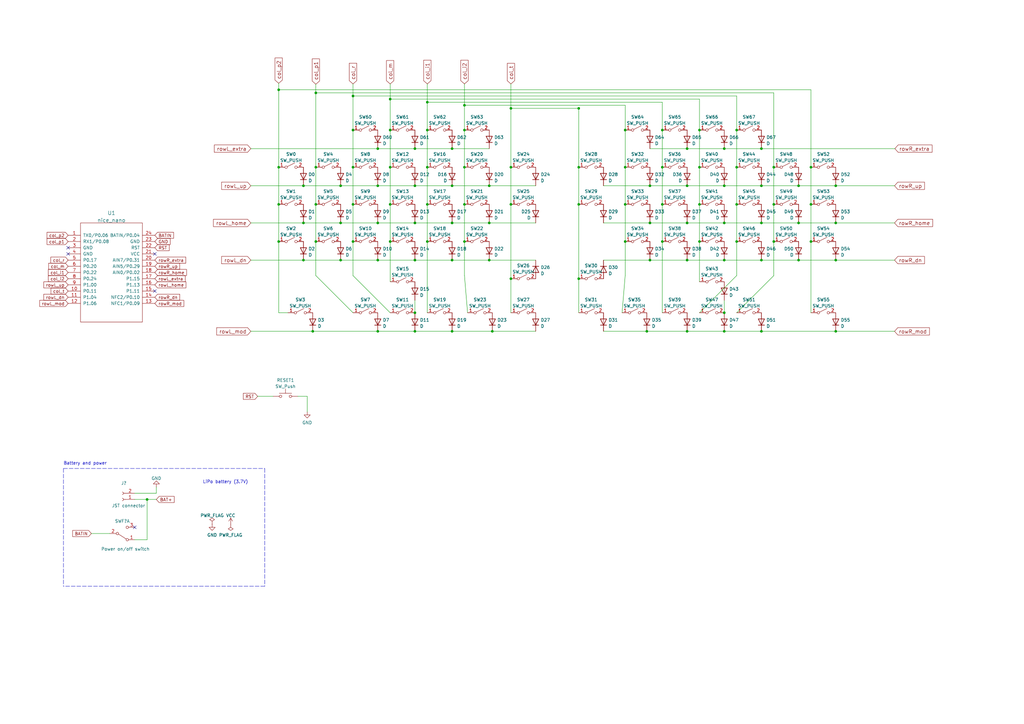
<source format=kicad_sch>
(kicad_sch (version 20211123) (generator eeschema)
  (paper "A3")
  (title_block (title "BumWings_002") (date "2022-11-16") (rev "v0.5") (company "tubby.twins a.k.a. mschnoor"))
  (junction (at 144.78 83.82))
  (junction (at 302.133 68.58))
  (junction (at 312.293 91.44))
  (junction (at 297.053 106.68))
  (junction (at 154.94 76.2))
  (junction (at 297.053 91.44))
  (junction (at 342.773 106.68))
  (junction (at 185.42 91.44))
  (junction (at 342.773 91.44))
  (junction (at 327.533 91.44))
  (junction (at 332.613 68.58))
  (junction (at 144.78 99.06))
  (junction (at 124.46 106.68))
  (junction (at 317.373 99.06))
  (junction (at 281.813 135.89))
  (junction (at 286.893 53.34))
  (junction (at 237.363 44.45))
  (junction (at 302.133 83.82))
  (junction (at 312.293 60.96))
  (junction (at 129.54 68.58))
  (junction (at 60.325 204.851))
  (junction (at 170.18 91.44))
  (junction (at 200.66 91.44))
  (junction (at 281.813 106.68))
  (junction (at 175.26 83.82))
  (junction (at 190.5 99.06))
  (junction (at 302.133 53.34))
  (junction (at 256.413 83.82))
  (junction (at 256.413 68.58))
  (junction (at 144.78 53.34))
  (junction (at 317.373 83.82))
  (junction (at 342.773 76.2))
  (junction (at 114.3 99.06))
  (junction (at 185.42 76.2))
  (junction (at 209.55 44.45))
  (junction (at 297.053 60.96))
  (junction (at 154.94 106.68))
  (junction (at 302.133 99.06))
  (junction (at 297.053 135.89))
  (junction (at 175.26 68.58))
  (junction (at 327.533 76.2))
  (junction (at 124.46 76.2))
  (junction (at 286.893 99.06))
  (junction (at 271.653 83.82))
  (junction (at 342.773 135.89))
  (junction (at 332.613 99.06))
  (junction (at 265.303 135.89))
  (junction (at 286.893 83.82))
  (junction (at 170.18 76.2))
  (junction (at 128.27 135.89))
  (junction (at 160.02 40.64))
  (junction (at 154.94 91.44))
  (junction (at 201.93 135.89))
  (junction (at 281.813 60.96))
  (junction (at 185.42 106.68))
  (junction (at 170.18 106.68))
  (junction (at 312.293 135.89))
  (junction (at 175.26 99.06))
  (junction (at 256.413 99.06))
  (junction (at 170.18 128.27))
  (junction (at 209.55 68.58))
  (junction (at 332.613 83.82))
  (junction (at 271.653 53.34))
  (junction (at 139.7 106.68))
  (junction (at 144.78 68.58))
  (junction (at 170.18 60.96))
  (junction (at 266.573 91.44))
  (junction (at 312.293 106.68))
  (junction (at 144.78 39.37))
  (junction (at 190.5 68.58))
  (junction (at 209.55 114.3))
  (junction (at 209.55 83.82))
  (junction (at 266.573 76.2))
  (junction (at 281.813 91.44))
  (junction (at 114.3 68.58))
  (junction (at 160.02 83.82))
  (junction (at 200.66 76.2))
  (junction (at 237.363 114.3))
  (junction (at 256.413 53.34))
  (junction (at 297.053 76.2))
  (junction (at 175.26 41.91))
  (junction (at 271.653 99.06))
  (junction (at 139.7 91.44))
  (junction (at 114.3 36.83))
  (junction (at 160.02 68.58))
  (junction (at 124.46 91.44))
  (junction (at 297.053 128.27))
  (junction (at 190.5 53.34))
  (junction (at 154.94 60.96))
  (junction (at 185.42 135.89))
  (junction (at 200.66 106.68))
  (junction (at 190.5 43.18))
  (junction (at 185.42 60.96))
  (junction (at 237.363 83.82))
  (junction (at 190.5 83.82))
  (junction (at 170.18 135.89))
  (junction (at 286.893 68.58))
  (junction (at 312.293 76.2))
  (junction (at 237.363 68.58))
  (junction (at 266.573 106.68))
  (junction (at 160.02 53.34))
  (junction (at 129.54 38.1))
  (junction (at 175.26 53.34))
  (junction (at 129.54 83.82))
  (junction (at 327.533 106.68))
  (junction (at 317.373 68.58))
  (junction (at 160.02 99.06))
  (junction (at 281.813 76.2))
  (junction (at 114.3 83.82))
  (junction (at 139.7 76.2))
  (junction (at 271.653 68.58))
  (junction (at 129.54 99.06))
  (junction (at 154.94 135.89))
  (no_connect (at 55.245 216.281))
  (no_connect (at 27.94 101.6))
  (no_connect (at 63.5 104.14))
  (no_connect (at 63.5 119.38))
  (no_connect (at 27.94 104.14))
  (wire (pts (xy 271.653 99.06) (xy 271.653 128.27)))
  (wire (pts (xy 286.893 53.34) (xy 286.893 68.58)))
  (wire (pts (xy 209.55 128.27) (xy 209.55 114.3)))
  (wire (pts (xy 129.54 99.06) (xy 129.54 113.03)))
  (wire (pts (xy 200.66 106.68) (xy 219.71 106.68)))
  (wire (pts (xy 64.135 199.771) (xy 64.135 202.311)))
  (wire (pts (xy 144.78 53.34) (xy 144.78 68.58)))
  (wire (pts (xy 60.325 204.851) (xy 64.135 204.851)))
  (wire (pts (xy 237.363 83.82) (xy 237.363 114.3)))
  (wire (pts (xy 200.66 91.44) (xy 219.71 91.44)))
  (wire (pts (xy 154.94 135.89) (xy 170.18 135.89)))
  (wire (pts (xy 312.293 60.96) (xy 367.03 60.96)))
  (wire (pts (xy 312.293 106.68) (xy 327.533 106.68)))
  (wire (pts (xy 271.653 83.82) (xy 271.653 99.06)))
  (wire (pts (xy 297.053 60.96) (xy 312.293 60.96)))
  (wire (pts (xy 209.55 68.58) (xy 209.55 83.82)))
  (wire (pts (xy 190.5 99.06) (xy 190.5 113.03)))
  (wire (pts (xy 209.55 83.82) (xy 209.55 114.3)))
  (wire (pts (xy 256.413 68.58) (xy 256.413 83.82)))
  (wire (pts (xy 144.78 99.06) (xy 144.78 113.03)))
  (wire (pts (xy 312.293 91.44) (xy 327.533 91.44)))
  (wire (pts (xy 114.3 36.83) (xy 332.613 36.83)))
  (wire (pts (xy 55.245 202.311) (xy 64.135 202.311)))
  (wire (pts (xy 114.3 68.58) (xy 114.3 83.82)))
  (wire (pts (xy 160.02 68.58) (xy 160.02 83.82)))
  (wire (pts (xy 114.3 83.82) (xy 114.3 99.06)))
  (wire (pts (xy 286.893 128.27) (xy 302.133 113.03)))
  (wire (pts (xy 209.55 34.417) (xy 209.55 44.45)))
  (wire (pts (xy 266.573 106.68) (xy 281.813 106.68)))
  (wire (pts (xy 190.5 53.34) (xy 190.5 68.58)))
  (wire (pts (xy 154.94 91.44) (xy 170.18 91.44)))
  (wire (pts (xy 256.413 99.06) (xy 256.413 113.03)))
  (wire (pts (xy 312.293 76.2) (xy 327.533 76.2)))
  (wire (pts (xy 60.325 204.851) (xy 55.245 204.851)))
  (polyline (pts (xy 26.035 192.151) (xy 26.035 240.411)))
  (wire (pts (xy 266.573 76.2) (xy 281.813 76.2)))
  (wire (pts (xy 327.533 76.2) (xy 342.773 76.2)))
  (wire (pts (xy 190.5 68.58) (xy 190.5 83.82)))
  (wire (pts (xy 237.363 68.58) (xy 237.363 83.82)))
  (polyline (pts (xy 26.035 192.151) (xy 108.585 192.151)))
  (wire (pts (xy 154.94 106.68) (xy 170.18 106.68)))
  (wire (pts (xy 102.87 91.44) (xy 124.46 91.44)))
  (polyline (pts (xy 108.585 192.151) (xy 108.585 240.411)))
  (wire (pts (xy 209.55 44.45) (xy 209.55 68.58)))
  (wire (pts (xy 160.02 99.06) (xy 160.02 115.57)))
  (wire (pts (xy 170.18 135.89) (xy 185.42 135.89)))
  (wire (pts (xy 114.3 34.163) (xy 114.3 36.83)))
  (wire (pts (xy 302.133 99.06) (xy 302.133 113.03)))
  (wire (pts (xy 124.46 106.68) (xy 139.7 106.68)))
  (wire (pts (xy 219.71 76.2) (xy 200.66 76.2)))
  (wire (pts (xy 201.93 135.89) (xy 219.71 135.89)))
  (wire (pts (xy 332.613 36.83) (xy 332.613 68.58)))
  (wire (pts (xy 124.46 76.2) (xy 139.7 76.2)))
  (wire (pts (xy 297.053 91.44) (xy 312.293 91.44)))
  (wire (pts (xy 190.5 34.417) (xy 190.5 43.18)))
  (wire (pts (xy 37.465 218.821) (xy 45.085 218.821)))
  (wire (pts (xy 297.053 123.19) (xy 297.053 128.27)))
  (wire (pts (xy 332.613 83.82) (xy 332.613 99.06)))
  (wire (pts (xy 190.5 43.18) (xy 190.5 53.34)))
  (wire (pts (xy 170.18 76.2) (xy 185.42 76.2)))
  (wire (pts (xy 247.523 135.89) (xy 265.303 135.89)))
  (wire (pts (xy 247.523 106.68) (xy 266.573 106.68)))
  (polyline (pts (xy 108.585 240.411) (xy 26.035 240.411)))
  (wire (pts (xy 265.303 135.89) (xy 281.813 135.89)))
  (wire (pts (xy 160.02 40.64) (xy 286.893 40.64)))
  (wire (pts (xy 237.363 128.27) (xy 237.363 114.3)))
  (wire (pts (xy 271.653 53.34) (xy 271.653 68.58)))
  (wire (pts (xy 175.26 99.06) (xy 175.26 128.27)))
  (wire (pts (xy 122.174 162.56) (xy 125.984 162.56)))
  (wire (pts (xy 185.42 135.89) (xy 201.93 135.89)))
  (wire (pts (xy 129.54 68.58) (xy 129.54 83.82)))
  (wire (pts (xy 55.245 221.361) (xy 60.325 221.361)))
  (wire (pts (xy 60.325 204.851) (xy 60.325 221.361)))
  (wire (pts (xy 190.5 43.18) (xy 256.413 43.18)))
  (wire (pts (xy 271.653 41.91) (xy 271.653 53.34)))
  (wire (pts (xy 154.94 76.2) (xy 170.18 76.2)))
  (wire (pts (xy 266.573 91.44) (xy 281.813 91.44)))
  (wire (pts (xy 366.903 106.68) (xy 342.773 106.68)))
  (wire (pts (xy 297.053 76.2) (xy 312.293 76.2)))
  (wire (pts (xy 286.893 68.58) (xy 286.893 83.82)))
  (wire (pts (xy 160.02 83.82) (xy 160.02 99.06)))
  (wire (pts (xy 129.54 38.1) (xy 317.373 38.1)))
  (wire (pts (xy 175.26 34.417) (xy 175.26 41.91)))
  (wire (pts (xy 102.87 76.2) (xy 124.46 76.2)))
  (wire (pts (xy 185.42 76.2) (xy 200.66 76.2)))
  (wire (pts (xy 317.373 83.82) (xy 317.373 99.06)))
  (wire (pts (xy 209.55 44.45) (xy 237.363 44.45)))
  (wire (pts (xy 170.18 123.19) (xy 170.18 128.27)))
  (wire (pts (xy 266.573 60.96) (xy 281.813 60.96)))
  (wire (pts (xy 297.053 106.68) (xy 312.293 106.68)))
  (wire (pts (xy 302.133 128.27) (xy 317.373 113.03)))
  (wire (pts (xy 366.903 91.44) (xy 342.773 91.44)))
  (wire (pts (xy 144.78 39.37) (xy 144.78 53.34)))
  (wire (pts (xy 256.413 53.34) (xy 256.413 68.58)))
  (wire (pts (xy 175.26 68.58) (xy 175.26 83.82)))
  (wire (pts (xy 185.42 91.44) (xy 200.66 91.44)))
  (wire (pts (xy 302.133 39.37) (xy 302.133 53.34)))
  (wire (pts (xy 129.54 38.1) (xy 129.54 68.58)))
  (wire (pts (xy 105.664 162.56) (xy 112.014 162.56)))
  (wire (pts (xy 297.053 135.89) (xy 312.293 135.89)))
  (wire (pts (xy 102.87 60.96) (xy 154.94 60.96)))
  (wire (pts (xy 256.413 113.03) (xy 255.143 128.27)))
  (wire (pts (xy 185.42 60.96) (xy 170.18 60.96)))
  (wire (pts (xy 286.893 40.64) (xy 286.893 53.34)))
  (wire (pts (xy 327.533 91.44) (xy 342.773 91.44)))
  (wire (pts (xy 139.7 91.44) (xy 154.94 91.44)))
  (wire (pts (xy 170.18 106.68) (xy 185.42 106.68)))
  (wire (pts (xy 175.26 41.91) (xy 271.653 41.91)))
  (wire (pts (xy 366.903 76.2) (xy 342.773 76.2)))
  (wire (pts (xy 139.7 76.2) (xy 154.94 76.2)))
  (wire (pts (xy 160.02 34.417) (xy 160.02 40.64)))
  (wire (pts (xy 190.5 83.82) (xy 190.5 99.06)))
  (wire (pts (xy 317.373 38.1) (xy 317.373 68.58)))
  (wire (pts (xy 160.02 40.64) (xy 160.02 53.34)))
  (wire (pts (xy 102.87 106.68) (xy 124.46 106.68)))
  (wire (pts (xy 144.78 34.417) (xy 144.78 39.37)))
  (wire (pts (xy 247.523 76.2) (xy 266.573 76.2)))
  (wire (pts (xy 281.813 76.2) (xy 297.053 76.2)))
  (wire (pts (xy 144.78 113.03) (xy 160.02 128.27)))
  (wire (pts (xy 302.133 83.82) (xy 302.133 99.06)))
  (wire (pts (xy 286.893 83.82) (xy 286.893 99.06)))
  (wire (pts (xy 129.54 34.544) (xy 129.54 38.1)))
  (wire (pts (xy 332.613 99.06) (xy 332.613 128.27)))
  (wire (pts (xy 124.46 91.44) (xy 139.7 91.44)))
  (wire (pts (xy 302.133 53.34) (xy 302.133 68.58)))
  (wire (pts (xy 175.26 83.82) (xy 175.26 99.06)))
  (wire (pts (xy 281.813 91.44) (xy 297.053 91.44)))
  (wire (pts (xy 114.3 128.27) (xy 118.11 128.27)))
  (wire (pts (xy 139.7 106.68) (xy 154.94 106.68)))
  (wire (pts (xy 317.373 99.06) (xy 317.373 113.03)))
  (wire (pts (xy 281.813 135.89) (xy 297.053 135.89)))
  (wire (pts (xy 281.813 60.96) (xy 297.053 60.96)))
  (wire (pts (xy 327.533 106.68) (xy 342.773 106.68)))
  (wire (pts (xy 332.613 68.58) (xy 332.613 83.82)))
  (wire (pts (xy 144.78 83.82) (xy 144.78 99.06)))
  (wire (pts (xy 190.5 113.03) (xy 191.77 128.27)))
  (wire (pts (xy 170.18 91.44) (xy 185.42 91.44)))
  (wire (pts (xy 175.26 53.34) (xy 175.26 68.58)))
  (wire (pts (xy 237.363 44.45) (xy 237.363 68.58)))
  (wire (pts (xy 129.54 83.82) (xy 129.54 99.06)))
  (wire (pts (xy 281.813 106.68) (xy 297.053 106.68)))
  (wire (pts (xy 200.66 60.96) (xy 185.42 60.96)))
  (wire (pts (xy 102.87 135.89) (xy 128.27 135.89)))
  (wire (pts (xy 170.18 60.96) (xy 154.94 60.96)))
  (wire (pts (xy 302.133 68.58) (xy 302.133 83.82)))
  (wire (pts (xy 317.373 68.58) (xy 317.373 83.82)))
  (wire (pts (xy 175.26 41.91) (xy 175.26 53.34)))
  (wire (pts (xy 160.02 53.34) (xy 160.02 68.58)))
  (wire (pts (xy 185.42 106.68) (xy 200.66 106.68)))
  (wire (pts (xy 286.893 99.06) (xy 286.893 115.57)))
  (wire (pts (xy 144.78 39.37) (xy 302.133 39.37)))
  (wire (pts (xy 125.984 162.56) (xy 125.984 168.91)))
  (wire (pts (xy 256.413 43.18) (xy 256.413 53.34)))
  (wire (pts (xy 256.413 83.82) (xy 256.413 99.06)))
  (wire (pts (xy 128.27 135.89) (xy 154.94 135.89)))
  (wire (pts (xy 237.363 44.45) (xy 237.49 44.45)))
  (wire (pts (xy 247.523 91.44) (xy 266.573 91.44)))
  (wire (pts (xy 271.653 68.58) (xy 271.653 83.82)))
  (wire (pts (xy 114.3 36.83) (xy 114.3 68.58)))
  (wire (pts (xy 366.903 135.89) (xy 342.773 135.89)))
  (wire (pts (xy 144.78 68.58) (xy 144.78 83.82)))
  (wire (pts (xy 114.3 99.06) (xy 114.3 128.27)))
  (wire (pts (xy 129.54 113.03) (xy 144.78 128.27)))
  (wire (pts (xy 312.293 135.89) (xy 342.773 135.89)))
  (text "LiPo battery (3.7V)" (at 83.185 198.501 0) (effects (font (size 1.27 1.27)) (justify left bottom)))
  (text "Battery and power\n" (at 26.035 190.881 0) (effects (font (size 1.27 1.27)) (justify left bottom)))
  (global_label "BAT+" (shape input) (at 64.135 204.851 0) (property "Intersheet References" "${INTERSHEET_REFS}" (effects hide)))
  (global_label "col_i1" (shape input) (at 175.26 34.417 90) (effects (font (size 1.524 1.524))) (property "Intersheet References" "${INTERSHEET_REFS}" (effects hide)))
  (global_label "col_m" (shape input) (at 160.02 34.417 90) (effects (font (size 1.524 1.524))) (property "Intersheet References" "${INTERSHEET_REFS}" (effects hide)))
  (global_label "col_m" (shape input) (at 27.94 109.22 180) (property "Intersheet References" "${INTERSHEET_REFS}" (effects hide)))
  (global_label "rowL_dn" (shape input) (at 102.87 106.68 180) (effects (font (size 1.524 1.524))) (property "Intersheet References" "${INTERSHEET_REFS}" (effects hide)))
  (global_label "rowL_up" (shape input) (at 27.94 116.84 180) (property "Intersheet References" "${INTERSHEET_REFS}" (effects hide)))
  (global_label "col_t" (shape input) (at 27.94 119.38 180) (property "Intersheet References" "${INTERSHEET_REFS}" (effects hide)))
  (global_label "rowR_mod" (shape input) (at 63.5 124.46 0) (property "Intersheet References" "${INTERSHEET_REFS}" (effects hide)))
  (global_label "col_p1" (shape input) (at 27.94 99.06 180) (property "Intersheet References" "${INTERSHEET_REFS}" (effects hide)))
  (global_label "rowR_extra" (shape input) (at 63.5 106.68 0) (property "Intersheet References" "${INTERSHEET_REFS}" (effects hide)))
  (global_label "col_p1" (shape input) (at 129.54 34.544 90) (effects (font (size 1.524 1.524))) (property "Intersheet References" "${INTERSHEET_REFS}" (effects hide)))
  (global_label "rowR_up" (shape input) (at 63.5 109.22 0) (property "Intersheet References" "${INTERSHEET_REFS}" (effects hide)))
  (global_label "col_p2" (shape input) (at 114.3 34.163 90) (effects (font (size 1.524 1.524))) (property "Intersheet References" "${INTERSHEET_REFS}" (effects hide)))
  (global_label "rowR_mod" (shape input) (at 366.903 135.89 0) (effects (font (size 1.524 1.524))) (property "Intersheet References" "${INTERSHEET_REFS}" (effects hide)))
  (global_label "col_t" (shape input) (at 209.55 34.417 90) (effects (font (size 1.524 1.524))) (property "Intersheet References" "${INTERSHEET_REFS}" (effects hide)))
  (global_label "RST" (shape input) (at 105.664 162.56 180) (property "Intersheet References" "${INTERSHEET_REFS}" (effects hide)))
  (global_label "rowR_dn" (shape input) (at 63.5 121.92 0) (property "Intersheet References" "${INTERSHEET_REFS}" (effects hide)))
  (global_label "BATIN" (shape input) (at 63.5 96.52 0) (property "Intersheet References" "${INTERSHEET_REFS}" (effects hide)))
  (global_label "rowL_home" (shape input) (at 63.5 116.84 0) (property "Intersheet References" "${INTERSHEET_REFS}" (effects hide)))
  (global_label "col_r" (shape input) (at 144.78 34.417 90) (effects (font (size 1.524 1.524))) (property "Intersheet References" "${INTERSHEET_REFS}" (effects hide)))
  (global_label "rowR_dn" (shape input) (at 366.903 106.68 0) (effects (font (size 1.524 1.524))) (property "Intersheet References" "${INTERSHEET_REFS}" (effects hide)))
  (global_label "col_i2" (shape input) (at 27.94 114.3 180) (property "Intersheet References" "${INTERSHEET_REFS}" (effects hide)))
  (global_label "col_r" (shape input) (at 27.94 106.68 180) (property "Intersheet References" "${INTERSHEET_REFS}" (effects hide)))
  (global_label "rowL_extra" (shape input) (at 102.87 60.96 180) (effects (font (size 1.524 1.524))) (property "Intersheet References" "${INTERSHEET_REFS}" (effects hide)))
  (global_label "rowL_mod" (shape input) (at 27.94 124.46 180) (property "Intersheet References" "${INTERSHEET_REFS}" (effects hide)))
  (global_label "GND" (shape input) (at 63.5 99.06 0) (property "Intersheet References" "${INTERSHEET_REFS}" (effects hide)))
  (global_label "rowL_home" (shape input) (at 102.87 91.44 180) (effects (font (size 1.524 1.524))) (property "Intersheet References" "${INTERSHEET_REFS}" (effects hide)))
  (global_label "rowR_extra" (shape input) (at 367.03 60.96 0) (effects (font (size 1.524 1.524))) (property "Intersheet References" "${INTERSHEET_REFS}" (effects hide)))
  (global_label "rowL_mod" (shape input) (at 102.87 135.89 180) (effects (font (size 1.524 1.524))) (property "Intersheet References" "${INTERSHEET_REFS}" (effects hide)))
  (global_label "rowR_home" (shape input) (at 63.5 111.76 0) (property "Intersheet References" "${INTERSHEET_REFS}" (effects hide)))
  (global_label "col_i1" (shape input) (at 27.94 111.76 180) (property "Intersheet References" "${INTERSHEET_REFS}" (effects hide)))
  (global_label "BATIN" (shape input) (at 37.465 218.821 180) (property "Intersheet References" "${INTERSHEET_REFS}" (effects hide)))
  (global_label "rowL_up" (shape input) (at 102.87 76.2 180) (effects (font (size 1.524 1.524))) (property "Intersheet References" "${INTERSHEET_REFS}" (effects hide)))
  (global_label "rowR_up" (shape input) (at 366.903 76.2 0) (effects (font (size 1.524 1.524))) (property "Intersheet References" "${INTERSHEET_REFS}" (effects hide)))
  (global_label "col_p2" (shape input) (at 27.94 96.52 180) (property "Intersheet References" "${INTERSHEET_REFS}" (effects hide)))
  (global_label "col_i2" (shape input) (at 190.5 34.417 90) (effects (font (size 1.524 1.524))) (property "Intersheet References" "${INTERSHEET_REFS}" (effects hide)))
  (global_label "rowL_extra" (shape input) (at 63.5 114.3 0) (property "Intersheet References" "${INTERSHEET_REFS}" (effects hide)))
  (global_label "rowR_home" (shape input) (at 366.903 91.44 0) (effects (font (size 1.524 1.524))) (property "Intersheet References" "${INTERSHEET_REFS}" (effects hide)))
  (global_label "rowL_dn" (shape input) (at 27.94 121.92 180) (property "Intersheet References" "${INTERSHEET_REFS}" (effects hide)))
  (global_label "RST" (shape input) (at 63.5 101.6 0) (property "Intersheet References" "${INTERSHEET_REFS}" (effects hide)))
  (symbol (lib_id "Device:D") (at 124.46 72.39 90) (unit 1)
    (property "Reference" "D0" (at 126.492 71.5553 90) (effects (justify right)))
    (property "Value" "D" (at 126.492 74.0922 90) (effects (justify right)))
    (property "Footprint" "BumWings_Library:Diode_D_SOD-123" (effects hide))
  )
  (symbol (lib_id "BumWings_SymLibrary:Key_Switch") (at 123.19 128.27 0) (unit 1)
    (property "Reference" "SW3" (at 123.19 122.9192 0))
    (property "Value" "SW_PUSH" (at 123.19 125.4561 0))
    (property "Footprint" "BumWings_Library:Kailh_PG1350_1.5u_hotswap" (effects hide))
  )
  (symbol (lib_id "Device:D") (at 281.813 87.63 90) (unit 1)
    (property "Reference" "D37" (at 283.845 86.7953 90) (effects (justify right)))
    (property "Value" "D" (at 283.845 89.3322 90) (effects (justify right)))
    (property "Footprint" "BumWings_Library:Diode_D_SOD-123" (effects hide))
  )
  (symbol (lib_id "Device:D") (at 281.813 57.15 90) (unit 1)
    (property "Reference" "D65" (at 283.845 56.3153 90) (effects (justify right)))
    (property "Value" "D" (at 283.845 58.8522 90) (effects (justify right)))
    (property "Footprint" "BumWings_Library:Diode_D_SOD-123" (effects hide))
  )
  (symbol (lib_id "Device:D") (at 185.42 102.87 90) (unit 1)
    (property "Reference" "D18" (at 187.452 102.0353 90) (effects (justify right)))
    (property "Value" "D" (at 187.452 104.5722 90) (effects (justify right)))
    (property "Footprint" "BumWings_Library:Diode_D_SOD-123" (effects hide))
  )
  (symbol (lib_id "Device:D") (at 139.7 87.63 90) (unit 1)
    (property "Reference" "D5" (at 141.732 86.7953 90) (effects (justify right)))
    (property "Value" "D" (at 141.732 89.3322 90) (effects (justify right)))
    (property "Footprint" "BumWings_Library:Diode_D_SOD-123" (effects hide))
  )
  (symbol (lib_id "BumWings_SymLibrary:Key_Switch") (at 165.1 115.57 0) (unit 1)
    (property "Reference" "SW15" (at 165.1 110.2192 0))
    (property "Value" "SW_PUSH" (at 165.1 112.7561 0))
    (property "Footprint" "BumWings_Library:Kailh_PG1350_1u_hotswap" (effects hide))
  )
  (symbol (lib_id "BumWings_SymLibrary:Key_Switch") (at 180.34 128.27 0) (unit 1)
    (property "Reference" "SW19" (at 180.34 122.9192 0))
    (property "Value" "SW_PUSH" (at 180.34 125.4561 0))
    (property "Footprint" "BumWings_Library:Kailh_PG1350_1u_hotswap" (effects hide))
  )
  (symbol (lib_id "Switch:SW_Push") (at 117.094 162.56 0) (unit 1)
    (property "Reference" "RESET1" (at 117.094 155.9392 0))
    (property "Value" "SW_Push" (at 117.094 158.4761 0))
    (property "Footprint" "footprints:b3u1000p" (effects hide))
  )
  (symbol (lib_id "Device:D") (at 219.71 132.08 90) (unit 1)
    (property "Reference" "D27" (at 221.742 131.2453 90) (effects (justify right)))
    (property "Value" "D" (at 221.742 133.7822 90) (effects (justify right)))
    (property "Footprint" "BumWings_Library:Diode_D_SOD-123" (effects hide))
  )
  (symbol (lib_id "Device:D") (at 312.293 72.39 90) (unit 1)
    (property "Reference" "D44" (at 314.325 71.5553 90) (effects (justify right)))
    (property "Value" "D" (at 314.325 74.0922 90) (effects (justify right)))
    (property "Footprint" "BumWings_Library:Diode_D_SOD-123" (effects hide))
  )
  (symbol (lib_id "power:GND") (at 125.984 168.91 0) (unit 1)
    (property "Reference" "#PWR?" (effects hide))
    (property "Value" "GND" (at 125.984 173.3534 0))
  )
  (symbol (lib_id "Device:D") (at 342.773 132.08 90) (unit 1)
    (property "Reference" "D55" (at 344.805 131.2453 90) (effects (justify right)))
    (property "Value" "D" (at 344.805 133.7822 90) (effects (justify right)))
    (property "Footprint" "BumWings_Library:Diode_D_SOD-123" (effects hide))
  )
  (symbol (lib_id "Device:D") (at 266.573 102.87 90) (unit 1)
    (property "Reference" "D34" (at 268.605 102.0353 90) (effects (justify right)))
    (property "Value" "D" (at 268.605 104.5722 90) (effects (justify right)))
    (property "Footprint" "BumWings_Library:Diode_D_SOD-123" (effects hide))
  )
  (symbol (lib_id "Device:D") (at 154.94 57.15 90) (unit 1)
    (property "Reference" "D60" (at 156.972 56.3153 90) (effects (justify right)))
    (property "Value" "D" (at 156.972 58.8522 90) (effects (justify right)))
    (property "Footprint" "BumWings_Library:Diode_D_SOD-123" (effects hide))
  )
  (symbol (lib_id "BumWings_SymLibrary:Key_Switch") (at 242.443 128.27 0) (unit 1)
    (property "Reference" "SW31" (at 242.443 122.9192 0))
    (property "Value" "SW_PUSH" (at 242.443 125.4561 0))
    (property "Footprint" "BumWings_Library:Kailh_PG1350_1.5u_hotswap" (effects hide))
  )
  (symbol (lib_id "Device:D") (at 219.71 72.39 90) (unit 1)
    (property "Reference" "D24" (at 221.742 71.5553 90) (effects (justify right)))
    (property "Value" "D" (at 221.742 74.0922 90) (effects (justify right)))
    (property "Footprint" "BumWings_Library:Diode_D_SOD-123" (effects hide))
  )
  (symbol (lib_id "Device:D") (at 200.66 87.63 90) (unit 1)
    (property "Reference" "D21" (at 202.692 86.7953 90) (effects (justify right)))
    (property "Value" "D" (at 202.692 89.3322 90) (effects (justify right)))
    (property "Footprint" "BumWings_Library:Diode_D_SOD-123" (effects hide))
  )
  (symbol (lib_id "Device:D") (at 247.523 72.39 90) (unit 1)
    (property "Reference" "D28" (at 249.555 71.5553 90) (effects (justify right)))
    (property "Value" "D" (at 249.555 74.0922 90) (effects (justify right)))
    (property "Footprint" "BumWings_Library:Diode_D_SOD-123" (effects hide))
  )
  (symbol (lib_id "Device:D") (at 185.42 57.15 90) (unit 1)
    (property "Reference" "D62" (at 187.452 56.3153 90) (effects (justify right)))
    (property "Value" "D" (at 187.452 58.8522 90) (effects (justify right)))
    (property "Footprint" "BumWings_Library:Diode_D_SOD-123" (effects hide))
  )
  (symbol (lib_id "Device:D") (at 201.93 132.08 90) (unit 1)
    (property "Reference" "D23" (at 203.962 131.2453 90) (effects (justify right)))
    (property "Value" "D" (at 203.962 133.7822 90) (effects (justify right)))
    (property "Footprint" "BumWings_Library:Diode_D_SOD-123" (effects hide))
  )
  (symbol (lib_id "Device:D") (at 247.523 110.49 270) (unit 1)
    (property "Reference" "D30" (at 249.555 109.6553 90) (effects (justify left)))
    (property "Value" "D" (at 249.555 112.1922 90) (effects (justify left)))
    (property "Footprint" "BumWings_Library:Diode_D_SOD-123" (effects hide))
  )
  (symbol (lib_id "Switch:SW_DPDT_x2") (at 50.165 218.821 0) (mirror x) (unit 1)
    (property "Reference" "SWF?" (at 50.165 213.741 0))
    (property "Value" "Power on/off switch" (at 51.435 225.171 0))
    (property "Footprint" "footprints:pwr-sw-smd-pcm12" (effects hide))
  )
  (symbol (lib_id "BumWings_SymLibrary:Key_Switch") (at 119.38 68.58 0) (unit 1)
    (property "Reference" "SW0" (at 119.38 63.2292 0))
    (property "Value" "SW_PUSH" (at 119.38 65.7661 0))
    (property "Footprint" "BumWings_Library:Kailh_PG1350_1u_hotswap" (effects hide))
  )
  (symbol (lib_id "BumWings_SymLibrary:Key_Switch") (at 260.223 128.27 0) (unit 1)
    (property "Reference" "SW35" (at 260.223 122.9192 0))
    (property "Value" "SW_PUSH" (at 260.223 125.4561 0))
    (property "Footprint" "BumWings_Library:Kailh_PG1350_2u_stab_hotswap" (effects hide))
  )
  (symbol (lib_id "Device:D") (at 139.7 72.39 90) (unit 1)
    (property "Reference" "D4" (at 141.732 71.5553 90) (effects (justify right)))
    (property "Value" "D" (at 141.732 74.0922 90) (effects (justify right)))
    (property "Footprint" "BumWings_Library:Diode_D_SOD-123" (effects hide))
  )
  (symbol (lib_id "Device:D") (at 297.053 119.38 90) (unit 1)
    (property "Reference" "D43" (at 299.085 118.5453 90) (effects (justify right)))
    (property "Value" "D" (at 299.085 121.0822 90) (effects (justify right)))
    (property "Footprint" "BumWings_Library:Diode_D_SOD-123" (effects hide))
  )
  (symbol (lib_id "BumWings_SymLibrary:Key_Switch") (at 307.213 53.34 0) (unit 1)
    (property "Reference" "SW67" (at 307.213 47.9892 0))
    (property "Value" "SW_PUSH" (at 307.213 50.5261 0))
    (property "Footprint" "BumWings_Library:Kailh_PG1350_1u_hotswap" (effects hide))
  )
  (symbol (lib_id "Device:D") (at 342.773 102.87 90) (unit 1)
    (property "Reference" "D54" (at 344.805 102.0353 90) (effects (justify right)))
    (property "Value" "D" (at 344.805 104.5722 90) (effects (justify right)))
    (property "Footprint" "BumWings_Library:Diode_D_SOD-123" (effects hide))
  )
  (symbol (lib_id "BumWings_SymLibrary:Key_Switch") (at 291.973 83.82 0) (unit 1)
    (property "Reference" "SW41" (at 291.973 78.4692 0))
    (property "Value" "SW_PUSH" (at 291.973 81.0061 0))
    (property "Footprint" "BumWings_Library:Kailh_PG1350_1u_hotswap" (effects hide))
  )
  (symbol (lib_id "power:GND") (at 64.135 199.771 180) (unit 1)
    (property "Reference" "#PWR?" (effects hide))
    (property "Value" "GND" (at 64.135 196.1952 0))
  )
  (symbol (lib_id "Device:D") (at 200.66 72.39 90) (unit 1)
    (property "Reference" "D20" (at 202.692 71.5553 90) (effects (justify right)))
    (property "Value" "D" (at 202.692 74.0922 90) (effects (justify right)))
    (property "Footprint" "BumWings_Library:Diode_D_SOD-123" (effects hide))
  )
  (symbol (lib_id "BumWings_SymLibrary:Key_Switch") (at 322.453 99.06 0) (unit 1)
    (property "Reference" "SW50" (at 322.453 93.7092 0))
    (property "Value" "SW_PUSH" (at 322.453 96.2461 0))
    (property "Footprint" "BumWings_Library:Kailh_PG1350_1u_hotswap" (effects hide))
  )
  (symbol (lib_id "Device:D") (at 170.18 87.63 90) (unit 1)
    (property "Reference" "D13" (at 172.212 86.7953 90) (effects (justify right)))
    (property "Value" "D" (at 172.212 89.3322 90) (effects (justify right)))
    (property "Footprint" "BumWings_Library:Diode_D_SOD-123" (effects hide))
  )
  (symbol (lib_id "Device:D") (at 312.293 57.15 90) (unit 1)
    (property "Reference" "D67" (at 314.325 56.3153 90) (effects (justify right)))
    (property "Value" "D" (at 314.325 58.8522 90) (effects (justify right)))
    (property "Footprint" "BumWings_Library:Diode_D_SOD-123" (effects hide))
  )
  (symbol (lib_id "BumWings_SymLibrary:Key_Switch") (at 276.733 68.58 0) (unit 1)
    (property "Reference" "SW36" (at 276.733 63.2292 0))
    (property "Value" "SW_PUSH" (at 276.733 65.7661 0))
    (property "Footprint" "BumWings_Library:Kailh_PG1350_1u_hotswap" (effects hide))
  )
  (symbol (lib_id "Device:D") (at 312.293 132.08 90) (unit 1)
    (property "Reference" "D51" (at 314.325 131.2453 90) (effects (justify right)))
    (property "Value" "D" (at 314.325 133.7822 90) (effects (justify right)))
    (property "Footprint" "BumWings_Library:Diode_D_SOD-123" (effects hide))
  )
  (symbol (lib_id "BumWings_SymLibrary:Key_Switch") (at 337.693 83.82 0) (unit 1)
    (property "Reference" "SW53" (at 337.693 78.4692 0))
    (property "Value" "SW_PUSH" (at 337.693 81.0061 0))
    (property "Footprint" "BumWings_Library:Kailh_PG1350_1u_hotswap" (effects hide))
  )
  (symbol (lib_id "BumWings_SymLibrary:Key_Switch") (at 196.85 128.27 0) (unit 1)
    (property "Reference" "SW23" (at 196.85 122.9192 0))
    (property "Value" "SW_PUSH" (at 196.85 125.4561 0))
    (property "Footprint" "BumWings_Library:Kailh_PG1350_2u_stab_hotswap" (effects hide))
  )
  (symbol (lib_id "Device:D") (at 154.94 72.39 90) (unit 1)
    (property "Reference" "D8" (at 156.972 71.5553 90) (effects (justify right)))
    (property "Value" "D" (at 156.972 74.0922 90) (effects (justify right)))
    (property "Footprint" "BumWings_Library:Diode_D_SOD-123" (effects hide))
  )
  (symbol (lib_id "Device:D") (at 281.813 72.39 90) (unit 1)
    (property "Reference" "D36" (at 279.781 71.5553 90) (effects (justify left)))
    (property "Value" "D" (at 279.781 74.0922 90) (effects (justify left)))
    (property "Footprint" "BumWings_Library:Diode_D_SOD-123" (effects hide))
  )
  (symbol (lib_id "BumWings_SymLibrary:Key_Switch") (at 337.693 99.06 0) (unit 1)
    (property "Reference" "SW54" (at 337.693 93.7092 0))
    (property "Value" "SW_PUSH" (at 337.693 96.2461 0))
    (property "Footprint" "BumWings_Library:Kailh_PG1350_1u_hotswap" (effects hide))
  )
  (symbol (lib_id "Device:D") (at 185.42 87.63 90) (unit 1)
    (property "Reference" "D17" (at 187.452 86.7953 90) (effects (justify right)))
    (property "Value" "D" (at 187.452 89.3322 90) (effects (justify right)))
    (property "Footprint" "BumWings_Library:Diode_D_SOD-123" (effects hide))
  )
  (symbol (lib_id "BumWings_SymLibrary:Key_Switch") (at 322.453 68.58 0) (unit 1)
    (property "Reference" "SW48" (at 322.453 63.2292 0))
    (property "Value" "SW_PUSH" (at 322.453 65.7661 0))
    (property "Footprint" "BumWings_Library:Kailh_PG1350_1u_hotswap" (effects hide))
  )
  (symbol (lib_id "BumWings_SymLibrary:Key_Switch") (at 276.733 83.82 0) (unit 1)
    (property "Reference" "SW37" (at 276.733 78.4692 0))
    (property "Value" "SW_PUSH" (at 276.733 81.0061 0))
    (property "Footprint" "BumWings_Library:Kailh_PG1350_1u_hotswap" (effects hide))
  )
  (symbol (lib_id "Device:D") (at 219.71 110.49 270) (unit 1)
    (property "Reference" "D26" (at 221.742 109.6553 90) (effects (justify left)))
    (property "Value" "D" (at 221.742 112.1922 90) (effects (justify left)))
    (property "Footprint" "BumWings_Library:Diode_D_SOD-123" (effects hide))
  )
  (symbol (lib_id "Device:D") (at 297.053 132.08 90) (unit 1)
    (property "Reference" "D47" (at 299.085 131.2453 90) (effects (justify right)))
    (property "Value" "D" (at 299.085 133.7822 90) (effects (justify right)))
    (property "Footprint" "BumWings_Library:Diode_D_SOD-123" (effects hide))
  )
  (symbol (lib_name "nice_nano_1") (lib_id "nice_nano:nice_nano") (at 45.72 110.49 0) (unit 1)
    (property "Reference" "U1" (at 45.72 87.3559 0) (effects (font (size 1.524 1.524))))
    (property "Value" "nice_nano" (at 45.72 90.3493 0) (effects (font (size 1.524 1.524))))
    (property "Footprint" "footprints:nice-nano-no-rev" (effects hide))
  )
  (symbol (lib_id "BumWings_SymLibrary:Key_Switch") (at 322.453 83.82 0) (unit 1)
    (property "Reference" "SW49" (at 322.453 78.4692 0))
    (property "Value" "SW_PUSH" (at 322.453 81.0061 0))
    (property "Footprint" "BumWings_Library:Kailh_PG1350_1u_hotswap" (effects hide))
  )
  (symbol (lib_id "Device:D") (at 170.18 72.39 90) (unit 1)
    (property "Reference" "D12" (at 172.212 71.5553 90) (effects (justify right)))
    (property "Value" "D" (at 172.212 74.0922 90) (effects (justify right)))
    (property "Footprint" "BumWings_Library:Diode_D_SOD-123" (effects hide))
  )
  (symbol (lib_id "power:GND") (at 86.995 215.011 0) (unit 1)
    (property "Reference" "#PWR?" (effects hide))
    (property "Value" "GND" (at 86.995 219.4544 0))
  )
  (symbol (lib_id "BumWings_SymLibrary:Key_Switch") (at 195.58 68.58 0) (unit 1)
    (property "Reference" "SW20" (at 195.58 63.2292 0))
    (property "Value" "SW_PUSH" (at 195.58 65.7661 0))
    (property "Footprint" "BumWings_Library:Kailh_PG1350_1u_hotswap" (effects hide))
  )
  (symbol (lib_id "BumWings_SymLibrary:Key_Switch") (at 119.38 83.82 0) (unit 1)
    (property "Reference" "SW1" (at 119.38 78.4692 0))
    (property "Value" "SW_PUSH" (at 119.38 81.0061 0))
    (property "Footprint" "BumWings_Library:Kailh_PG1350_1u_hotswap" (effects hide))
  )
  (symbol (lib_id "Device:D") (at 342.773 72.39 90) (unit 1)
    (property "Reference" "D52" (at 344.805 71.5553 90) (effects (justify right)))
    (property "Value" "D" (at 344.805 74.0922 90) (effects (justify right)))
    (property "Footprint" "BumWings_Library:Diode_D_SOD-123" (effects hide))
  )
  (symbol (lib_id "BumWings_SymLibrary:Key_Switch") (at 180.34 68.58 0) (unit 1)
    (property "Reference" "SW16" (at 180.34 63.2292 0))
    (property "Value" "SW_PUSH" (at 180.34 65.7661 0))
    (property "Footprint" "BumWings_Library:Kailh_PG1350_1u_hotswap" (effects hide))
  )
  (symbol (lib_id "BumWings_SymLibrary:Key_Switch") (at 149.86 53.34 0) (unit 1)
    (property "Reference" "SW60" (at 149.86 47.9892 0))
    (property "Value" "SW_PUSH" (at 149.86 50.5261 0))
    (property "Footprint" "BumWings_Library:Kailh_PG1350_1u_hotswap" (effects hide))
  )
  (symbol (lib_id "BumWings_SymLibrary:Key_Switch") (at 337.693 128.27 0) (unit 1)
    (property "Reference" "SW55" (at 337.693 122.9192 0))
    (property "Value" "SW_PUSH" (at 337.693 125.4561 0))
    (property "Footprint" "BumWings_Library:Kailh_PG1350_1.5u_hotswap" (effects hide))
  )
  (symbol (lib_id "BumWings_SymLibrary:Key_Switch") (at 214.63 128.27 0) (unit 1)
    (property "Reference" "SW27" (at 214.63 122.9192 0))
    (property "Value" "SW_PUSH" (at 214.63 125.4561 0))
    (property "Footprint" "BumWings_Library:Kailh_PG1350_1.5u_hotswap" (effects hide))
  )
  (symbol (lib_id "Connector:Conn_01x02_Female") (at 50.165 204.851 180) (unit 1)
    (property "Reference" "J?" (at 50.8 198.154 0))
    (property "Value" "JST connector" (at 52.705 207.391 0))
    (property "Footprint" "footprints:JST-ZH-2p-1.5" (effects hide))
  )
  (symbol (lib_id "BumWings_SymLibrary:Key_Switch") (at 149.86 83.82 0) (unit 1)
    (property "Reference" "SW9" (at 149.86 78.4692 0))
    (property "Value" "SW_PUSH" (at 149.86 81.0061 0))
    (property "Footprint" "BumWings_Library:Kailh_PG1350_1u_hotswap" (effects hide))
  )
  (symbol (lib_id "BumWings_SymLibrary:Key_Switch") (at 291.973 115.57 0) (unit 1)
    (property "Reference" "SW43" (at 291.973 110.2192 0))
    (property "Value" "SW_PUSH" (at 291.973 112.7561 0))
    (property "Footprint" "BumWings_Library:Kailh_PG1350_1u_hotswap" (effects hide))
  )
  (symbol (lib_id "BumWings_SymLibrary:Key_Switch") (at 180.34 83.82 0) (unit 1)
    (property "Reference" "SW17" (at 180.34 78.4692 0))
    (property "Value" "SW_PUSH" (at 180.34 81.0061 0))
    (property "Footprint" "BumWings_Library:Kailh_PG1350_1u_hotswap" (effects hide))
  )
  (symbol (lib_id "BumWings_SymLibrary:Key_Switch") (at 165.1 128.27 0) (unit 1)
    (property "Reference" "SW11" (at 165.1 122.9192 0))
    (property "Value" "SW_PUSH" (at 165.1 125.4561 0))
    (property "Footprint" "BumWings_Library:Kailh_PG1350_1u_hotswap" (effects hide))
  )
  (symbol (lib_id "BumWings_SymLibrary:Key_Switch") (at 242.443 68.58 0) (unit 1)
    (property "Reference" "SW28" (at 242.443 63.2292 0))
    (property "Value" "SW_PUSH" (at 242.443 65.7661 0))
    (property "Footprint" "BumWings_Library:Kailh_PG1350_1u_hotswap" (effects hide))
  )
  (symbol (lib_id "BumWings_SymLibrary:Key_Switch") (at 276.733 53.34 0) (unit 1)
    (property "Reference" "SW65" (at 276.733 47.9892 0))
    (property "Value" "SW_PUSH" (at 276.733 50.5261 0))
    (property "Footprint" "BumWings_Library:Kailh_PG1350_1u_hotswap" (effects hide))
  )
  (symbol (lib_id "Device:D") (at 170.18 119.38 90) (unit 1)
    (property "Reference" "D15" (at 172.212 118.5453 90) (effects (justify right)))
    (property "Value" "D" (at 172.212 121.0822 90) (effects (justify right)))
    (property "Footprint" "BumWings_Library:Diode_D_SOD-123" (effects hide))
  )
  (symbol (lib_id "Device:D") (at 327.533 87.63 90) (unit 1)
    (property "Reference" "D49" (at 325.501 86.7953 90) (effects (justify left)))
    (property "Value" "D" (at 325.501 89.3322 90) (effects (justify left)))
    (property "Footprint" "BumWings_Library:Diode_D_SOD-123" (effects hide))
  )
  (symbol (lib_id "Device:D") (at 266.573 57.15 90) (unit 1)
    (property "Reference" "D64" (at 268.605 56.3153 90) (effects (justify right)))
    (property "Value" "D" (at 268.605 58.8522 90) (effects (justify right)))
    (property "Footprint" "BumWings_Library:Diode_D_SOD-123" (effects hide))
  )
  (symbol (lib_id "BumWings_SymLibrary:Key_Switch") (at 195.58 53.34 0) (unit 1)
    (property "Reference" "SW63" (at 195.58 47.9892 0))
    (property "Value" "SW_PUSH" (at 195.58 50.5261 0))
    (property "Footprint" "BumWings_Library:Kailh_PG1350_1u_hotswap" (effects hide))
  )
  (symbol (lib_id "BumWings_SymLibrary:Key_Switch") (at 119.38 99.06 0) (unit 1)
    (property "Reference" "SW2" (at 119.38 93.7092 0))
    (property "Value" "SW_PUSH" (at 119.38 96.2461 0))
    (property "Footprint" "BumWings_Library:Kailh_PG1350_1u_hotswap" (effects hide))
  )
  (symbol (lib_id "power:PWR_FLAG") (at 94.615 215.011 180) (unit 1)
    (property "Reference" "#FLG?" (effects hide))
    (property "Value" "PWR_FLAG" (at 94.615 219.4544 0))
  )
  (symbol (lib_id "BumWings_SymLibrary:Key_Switch") (at 149.86 68.58 0) (unit 1)
    (property "Reference" "SW8" (at 149.86 63.2292 0))
    (property "Value" "SW_PUSH" (at 149.86 65.7661 0))
    (property "Footprint" "BumWings_Library:Kailh_PG1350_1u_hotswap" (effects hide))
  )
  (symbol (lib_id "Device:D") (at 200.66 57.15 90) (unit 1)
    (property "Reference" "D63" (at 202.692 56.3153 90) (effects (justify right)))
    (property "Value" "D" (at 202.692 58.8522 90) (effects (justify right)))
    (property "Footprint" "BumWings_Library:Diode_D_SOD-123" (effects hide))
  )
  (symbol (lib_id "BumWings_SymLibrary:Key_Switch") (at 214.63 83.82 0) (unit 1)
    (property "Reference" "SW25" (at 214.63 78.4692 0))
    (property "Value" "SW_PUSH" (at 214.63 81.0061 0))
    (property "Footprint" "BumWings_Library:Kailh_PG1350_1.5u_hotswap" (effects hide))
  )
  (symbol (lib_id "BumWings_SymLibrary:Key_Switch") (at 261.493 99.06 0) (unit 1)
    (property "Reference" "SW34" (at 261.493 93.7092 0))
    (property "Value" "SW_PUSH" (at 261.493 96.2461 0))
    (property "Footprint" "BumWings_Library:Kailh_PG1350_1u_hotswap" (effects hide))
  )
  (symbol (lib_id "BumWings_SymLibrary:Key_Switch") (at 214.63 114.3 0) (unit 1)
    (property "Reference" "SW26" (at 214.63 108.9492 0))
    (property "Value" "SW_PUSH" (at 214.63 111.4861 0))
    (property "Footprint" "BumWings_Library:Kailh_PG1350_1u_hotswap" (effects hide))
  )
  (symbol (lib_id "Device:D") (at 128.27 132.08 90) (unit 1)
    (property "Reference" "D3" (at 130.302 131.2453 90) (effects (justify right)))
    (property "Value" "D" (at 130.302 133.7822 90) (effects (justify right)))
    (property "Footprint" "BumWings_Library:Diode_D_SOD-123" (effects hide))
  )
  (symbol (lib_id "Device:D") (at 139.7 102.87 90) (unit 1)
    (property "Reference" "D6" (at 141.732 102.0353 90) (effects (justify right)))
    (property "Value" "D" (at 141.732 104.5722 90) (effects (justify right)))
    (property "Footprint" "BumWings_Library:Diode_D_SOD-123" (effects hide))
  )
  (symbol (lib_id "BumWings_SymLibrary:Key_Switch") (at 195.58 83.82 0) (unit 1)
    (property "Reference" "SW21" (at 195.58 78.4692 0))
    (property "Value" "SW_PUSH" (at 195.58 81.0061 0))
    (property "Footprint" "BumWings_Library:Kailh_PG1350_1u_hotswap" (effects hide))
  )
  (symbol (lib_id "Device:D") (at 312.293 87.63 90) (unit 1)
    (property "Reference" "D45" (at 314.325 86.7953 90) (effects (justify right)))
    (property "Value" "D" (at 314.325 89.3322 90) (effects (justify right)))
    (property "Footprint" "BumWings_Library:Diode_D_SOD-123" (effects hide))
  )
  (symbol (lib_id "BumWings_SymLibrary:Key_Switch") (at 291.973 99.06 0) (unit 1)
    (property "Reference" "SW42" (at 291.973 93.7092 0))
    (property "Value" "SW_PUSH" (at 291.973 96.2461 0))
    (property "Footprint" "BumWings_Library:Kailh_PG1350_1u_hotswap" (effects hide))
  )
  (symbol (lib_id "Device:D") (at 281.813 102.87 90) (unit 1)
    (property "Reference" "D38" (at 283.845 102.0353 90) (effects (justify right)))
    (property "Value" "D" (at 283.845 104.5722 90) (effects (justify right)))
    (property "Footprint" "BumWings_Library:Diode_D_SOD-123" (effects hide))
  )
  (symbol (lib_id "BumWings_SymLibrary:Key_Switch") (at 291.973 128.27 0) (unit 1)
    (property "Reference" "SW47" (at 291.973 122.9192 0))
    (property "Value" "SW_PUSH" (at 291.973 125.4561 0))
    (property "Footprint" "BumWings_Library:Kailh_PG1350_1u_hotswap" (effects hide))
  )
  (symbol (lib_id "Device:D") (at 170.18 132.08 90) (unit 1)
    (property "Reference" "D11" (at 172.212 131.2453 90) (effects (justify right)))
    (property "Value" "D" (at 172.212 133.7822 90) (effects (justify right)))
    (property "Footprint" "BumWings_Library:Diode_D_SOD-123" (effects hide))
  )
  (symbol (lib_id "BumWings_SymLibrary:Key_Switch") (at 291.973 53.34 0) (unit 1)
    (property "Reference" "SW66" (at 291.973 47.9892 0))
    (property "Value" "SW_PUSH" (at 291.973 50.5261 0))
    (property "Footprint" "BumWings_Library:Kailh_PG1350_1u_hotswap" (effects hide))
  )
  (symbol (lib_id "Device:D") (at 154.94 132.08 90) (unit 1)
    (property "Reference" "D7" (at 156.972 131.2453 90) (effects (justify right)))
    (property "Value" "D" (at 156.972 133.7822 90) (effects (justify right)))
    (property "Footprint" "BumWings_Library:Diode_D_SOD-123" (effects hide))
  )
  (symbol (lib_id "BumWings_SymLibrary:Key_Switch") (at 276.733 99.06 0) (unit 1)
    (property "Reference" "SW38" (at 276.733 93.7092 0))
    (property "Value" "SW_PUSH" (at 276.733 96.2461 0))
    (property "Footprint" "BumWings_Library:Kailh_PG1350_1u_hotswap" (effects hide))
  )
  (symbol (lib_id "Device:D") (at 266.573 72.39 90) (unit 1)
    (property "Reference" "D32" (at 268.605 71.5553 90) (effects (justify right)))
    (property "Value" "D" (at 268.605 74.0922 90) (effects (justify right)))
    (property "Footprint" "BumWings_Library:Diode_D_SOD-123" (effects hide))
  )
  (symbol (lib_id "Device:D") (at 247.523 87.63 90) (unit 1)
    (property "Reference" "D29" (at 249.555 86.7953 90) (effects (justify right)))
    (property "Value" "D" (at 249.555 89.3322 90) (effects (justify right)))
    (property "Footprint" "BumWings_Library:Diode_D_SOD-123" (effects hide))
  )
  (symbol (lib_id "Device:D") (at 327.533 72.39 90) (unit 1)
    (property "Reference" "D48" (at 325.501 71.5553 90) (effects (justify left)))
    (property "Value" "D" (at 325.501 74.0922 90) (effects (justify left)))
    (property "Footprint" "BumWings_Library:Diode_D_SOD-123" (effects hide))
  )
  (symbol (lib_id "BumWings_SymLibrary:Key_Switch") (at 165.1 68.58 0) (unit 1)
    (property "Reference" "SW12" (at 165.1 63.2292 0))
    (property "Value" "SW_PUSH" (at 165.1 65.7661 0))
    (property "Footprint" "BumWings_Library:Kailh_PG1350_1u_hotswap" (effects hide))
  )
  (symbol (lib_id "BumWings_SymLibrary:Key_Switch") (at 291.973 68.58 0) (unit 1)
    (property "Reference" "SW40" (at 291.973 63.2292 0))
    (property "Value" "SW_PUSH" (at 291.973 65.7661 0))
    (property "Footprint" "BumWings_Library:Kailh_PG1350_1u_hotswap" (effects hide))
  )
  (symbol (lib_id "BumWings_SymLibrary:Key_Switch") (at 242.443 83.82 0) (unit 1)
    (property "Reference" "SW29" (at 242.443 78.4692 0))
    (property "Value" "SW_PUSH" (at 242.443 81.0061 0))
    (property "Footprint" "BumWings_Library:Kailh_PG1350_1.5u_hotswap" (effects hide))
  )
  (symbol (lib_id "Device:D") (at 200.66 102.87 90) (unit 1)
    (property "Reference" "D22" (at 202.692 102.0353 90) (effects (justify right)))
    (property "Value" "D" (at 202.692 104.5722 90) (effects (justify right)))
    (property "Footprint" "BumWings_Library:Diode_D_SOD-123" (effects hide))
  )
  (symbol (lib_id "BumWings_SymLibrary:Key_Switch") (at 307.213 128.27 0) (unit 1)
    (property "Reference" "SW51" (at 307.213 122.9192 0))
    (property "Value" "SW_PUSH" (at 307.213 125.4561 0))
    (property "Footprint" "BumWings_Library:Kailh_PG1350_1u_hotswap" (effects hide))
  )
  (symbol (lib_id "Device:D") (at 297.053 57.15 90) (unit 1)
    (property "Reference" "D66" (at 299.085 56.3153 90) (effects (justify right)))
    (property "Value" "D" (at 299.085 58.8522 90) (effects (justify right)))
    (property "Footprint" "BumWings_Library:Diode_D_SOD-123" (effects hide))
  )
  (symbol (lib_id "Device:D") (at 185.42 132.08 90) (unit 1)
    (property "Reference" "D19" (at 187.452 131.2453 90) (effects (justify right)))
    (property "Value" "D" (at 187.452 133.7822 90) (effects (justify right)))
    (property "Footprint" "BumWings_Library:Diode_D_SOD-123" (effects hide))
  )
  (symbol (lib_id "Device:D") (at 297.053 72.39 90) (unit 1)
    (property "Reference" "D40" (at 295.021 71.5553 90) (effects (justify left)))
    (property "Value" "D" (at 295.021 74.0922 90) (effects (justify left)))
    (property "Footprint" "BumWings_Library:Diode_D_SOD-123" (effects hide))
  )
  (symbol (lib_id "BumWings_SymLibrary:Key_Switch") (at 276.733 128.27 0) (unit 1)
    (property "Reference" "SW39" (at 276.733 122.9192 0))
    (property "Value" "SW_PUSH" (at 276.733 125.4561 0))
    (property "Footprint" "BumWings_Library:Kailh_PG1350_1u_hotswap" (effects hide))
  )
  (symbol (lib_id "BumWings_SymLibrary:Key_Switch") (at 195.58 99.06 0) (unit 1)
    (property "Reference" "SW22" (at 195.58 93.7092 0))
    (property "Value" "SW_PUSH" (at 195.58 96.2461 0))
    (property "Footprint" "BumWings_Library:Kailh_PG1350_1u_hotswap" (effects hide))
  )
  (symbol (lib_id "Device:D") (at 154.94 102.87 90) (unit 1)
    (property "Reference" "D10" (at 156.972 102.0353 90) (effects (justify right)))
    (property "Value" "D" (at 156.972 104.5722 90) (effects (justify right)))
    (property "Footprint" "BumWings_Library:Diode_D_SOD-123" (effects hide))
  )
  (symbol (lib_id "Device:D") (at 124.46 87.63 90) (unit 1)
    (property "Reference" "D1" (at 126.492 86.7953 90) (effects (justify right)))
    (property "Value" "D" (at 126.492 89.3322 90) (effects (justify right)))
    (property "Footprint" "BumWings_Library:Diode_D_SOD-123" (effects hide))
  )
  (symbol (lib_id "BumWings_SymLibrary:Key_Switch") (at 261.493 68.58 0) (unit 1)
    (property "Reference" "SW32" (at 261.493 63.2292 0))
    (property "Value" "SW_PUSH" (at 261.493 65.7661 0))
    (property "Footprint" "BumWings_Library:Kailh_PG1350_1u_hotswap" (effects hide))
  )
  (symbol (lib_id "Device:D") (at 170.18 102.87 90) (unit 1)
    (property "Reference" "D14" (at 172.212 102.0353 90) (effects (justify right)))
    (property "Value" "D" (at 172.212 104.5722 90) (effects (justify right)))
    (property "Footprint" "BumWings_Library:Diode_D_SOD-123" (effects hide))
  )
  (symbol (lib_id "BumWings_SymLibrary:Key_Switch") (at 165.1 53.34 0) (unit 1)
    (property "Reference" "SW61" (at 165.1 47.9892 0))
    (property "Value" "SW_PUSH" (at 165.1 50.5261 0))
    (property "Footprint" "BumWings_Library:Kailh_PG1350_1u_hotswap" (effects hide))
  )
  (symbol (lib_id "BumWings_SymLibrary:Key_Switch") (at 134.62 68.58 0) (unit 1)
    (property "Reference" "SW4" (at 134.62 63.2292 0))
    (property "Value" "SW_PUSH" (at 134.62 65.7661 0))
    (property "Footprint" "BumWings_Library:Kailh_PG1350_1u_hotswap" (effects hide))
  )
  (symbol (lib_id "Device:D") (at 281.813 132.08 90) (unit 1)
    (property "Reference" "D39" (at 283.845 131.2453 90) (effects (justify right)))
    (property "Value" "D" (at 283.845 133.7822 90) (effects (justify right)))
    (property "Footprint" "BumWings_Library:Diode_D_SOD-123" (effects hide))
  )
  (symbol (lib_id "BumWings_SymLibrary:Key_Switch") (at 242.443 114.3 0) (unit 1)
    (property "Reference" "SW30" (at 242.443 108.9492 0))
    (property "Value" "SW_PUSH" (at 242.443 111.4861 0))
    (property "Footprint" "BumWings_Library:Kailh_PG1350_1u_hotswap" (effects hide))
  )
  (symbol (lib_id "Device:D") (at 312.293 102.87 90) (unit 1)
    (property "Reference" "D46" (at 314.325 102.0353 90) (effects (justify right)))
    (property "Value" "D" (at 314.325 104.5722 90) (effects (justify right)))
    (property "Footprint" "BumWings_Library:Diode_D_SOD-123" (effects hide))
  )
  (symbol (lib_id "Device:D") (at 342.773 87.63 90) (unit 1)
    (property "Reference" "D53" (at 344.805 86.7953 90) (effects (justify right)))
    (property "Value" "D" (at 344.805 89.3322 90) (effects (justify right)))
    (property "Footprint" "BumWings_Library:Diode_D_SOD-123" (effects hide))
  )
  (symbol (lib_id "BumWings_SymLibrary:Key_Switch") (at 134.62 99.06 0) (unit 1)
    (property "Reference" "SW6" (at 134.62 93.7092 0))
    (property "Value" "SW_PUSH" (at 134.62 96.2461 0))
    (property "Footprint" "BumWings_Library:Kailh_PG1350_1u_hotswap" (effects hide))
  )
  (symbol (lib_id "BumWings_SymLibrary:Key_Switch") (at 180.34 99.06 0) (unit 1)
    (property "Reference" "SW18" (at 180.34 93.7092 0))
    (property "Value" "SW_PUSH" (at 180.34 96.2461 0))
    (property "Footprint" "BumWings_Library:Kailh_PG1350_1u_hotswap" (effects hide))
  )
  (symbol (lib_id "BumWings_SymLibrary:Key_Switch") (at 214.63 68.58 0) (unit 1)
    (property "Reference" "SW24" (at 214.63 63.2292 0))
    (property "Value" "SW_PUSH" (at 214.63 65.7661 0))
    (property "Footprint" "BumWings_Library:Kailh_PG1350_1u_hotswap" (effects hide))
  )
  (symbol (lib_id "BumWings_SymLibrary:Key_Switch") (at 307.213 99.06 0) (unit 1)
    (property "Reference" "SW46" (at 307.213 93.7092 0))
    (property "Value" "SW_PUSH" (at 307.213 96.2461 0))
    (property "Footprint" "BumWings_Library:Kailh_PG1350_1u_hotswap" (effects hide))
  )
  (symbol (lib_id "BumWings_SymLibrary:Key_Switch") (at 149.86 128.27 0) (unit 1)
    (property "Reference" "SW7" (at 149.86 122.9192 0))
    (property "Value" "SW_PUSH" (at 149.86 125.4561 0))
    (property "Footprint" "BumWings_Library:Kailh_PG1350_1u_hotswap" (effects hide))
  )
  (symbol (lib_id "Device:D") (at 219.71 87.63 90) (unit 1)
    (property "Reference" "D25" (at 217.678 86.7953 90) (effects (justify left)))
    (property "Value" "D" (at 217.678 89.3322 90) (effects (justify left)))
    (property "Footprint" "BumWings_Library:Diode_D_SOD-123" (effects hide))
  )
  (symbol (lib_id "power:PWR_FLAG") (at 86.995 215.011 0) (unit 1)
    (property "Reference" "#FLG?" (effects hide))
    (property "Value" "PWR_FLAG" (at 86.995 211.4352 0))
  )
  (symbol (lib_id "power:VCC") (at 94.615 215.011 0) (unit 1)
    (property "Reference" "#PWR?" (effects hide))
    (property "Value" "VCC" (at 94.615 211.4352 0))
  )
  (symbol (lib_id "BumWings_SymLibrary:Key_Switch") (at 337.693 68.58 0) (unit 1)
    (property "Reference" "SW52" (at 337.693 63.2292 0))
    (property "Value" "SW_PUSH" (at 337.693 65.7661 0))
    (property "Footprint" "BumWings_Library:Kailh_PG1350_1u_hotswap" (effects hide))
  )
  (symbol (lib_id "BumWings_SymLibrary:Key_Switch") (at 180.34 53.34 0) (unit 1)
    (property "Reference" "SW62" (at 180.34 47.9892 0))
    (property "Value" "SW_PUSH" (at 180.34 50.5261 0))
    (property "Footprint" "BumWings_Library:Kailh_PG1350_1u_hotswap" (effects hide))
  )
  (symbol (lib_id "Device:D") (at 297.053 102.87 90) (unit 1)
    (property "Reference" "D42" (at 295.021 102.0353 90) (effects (justify left)))
    (property "Value" "D" (at 295.021 104.5722 90) (effects (justify left)))
    (property "Footprint" "BumWings_Library:Diode_D_SOD-123" (effects hide))
  )
  (symbol (lib_id "BumWings_SymLibrary:Key_Switch") (at 307.213 68.58 0) (unit 1)
    (property "Reference" "SW44" (at 307.213 63.2292 0))
    (property "Value" "SW_PUSH" (at 307.213 65.7661 0))
    (property "Footprint" "BumWings_Library:Kailh_PG1350_1u_hotswap" (effects hide))
  )
  (symbol (lib_id "Device:D") (at 266.573 87.63 90) (unit 1)
    (property "Reference" "D33" (at 268.605 86.7953 90) (effects (justify right)))
    (property "Value" "D" (at 268.605 89.3322 90) (effects (justify right)))
    (property "Footprint" "BumWings_Library:Diode_D_SOD-123" (effects hide))
  )
  (symbol (lib_id "BumWings_SymLibrary:Key_Switch") (at 165.1 99.06 0) (unit 1)
    (property "Reference" "SW14" (at 165.1 93.7092 0))
    (property "Value" "SW_PUSH" (at 165.1 96.2461 0))
    (property "Footprint" "BumWings_Library:Kailh_PG1350_1u_hotswap" (effects hide))
  )
  (symbol (lib_id "BumWings_SymLibrary:Key_Switch") (at 134.62 83.82 0) (unit 1)
    (property "Reference" "SW5" (at 134.62 78.4692 0))
    (property "Value" "SW_PUSH" (at 134.62 81.0061 0))
    (property "Footprint" "BumWings_Library:Kailh_PG1350_1u_hotswap" (effects hide))
  )
  (symbol (lib_id "Device:D") (at 154.94 87.63 90) (unit 1)
    (property "Reference" "D9" (at 156.972 86.7953 90) (effects (justify right)))
    (property "Value" "D" (at 156.972 89.3322 90) (effects (justify right)))
    (property "Footprint" "BumWings_Library:Diode_D_SOD-123" (effects hide))
  )
  (symbol (lib_id "BumWings_SymLibrary:Key_Switch") (at 165.1 83.82 0) (unit 1)
    (property "Reference" "SW13" (at 165.1 78.4692 0))
    (property "Value" "SW_PUSH" (at 165.1 81.0061 0))
    (property "Footprint" "BumWings_Library:Kailh_PG1350_1u_hotswap" (effects hide))
  )
  (symbol (lib_id "Device:D") (at 185.42 72.39 90) (unit 1)
    (property "Reference" "D16" (at 183.388 71.5553 90) (effects (justify left)))
    (property "Value" "D" (at 183.388 74.0922 90) (effects (justify left)))
    (property "Footprint" "BumWings_Library:Diode_D_SOD-123" (effects hide))
  )
  (symbol (lib_id "Device:D") (at 297.053 87.63 90) (unit 1)
    (property "Reference" "D41" (at 295.021 86.7953 90) (effects (justify left)))
    (property "Value" "D" (at 295.021 89.3322 90) (effects (justify left)))
    (property "Footprint" "BumWings_Library:Diode_D_SOD-123" (effects hide))
  )
  (symbol (lib_id "BumWings_SymLibrary:Key_Switch") (at 307.213 83.82 0) (unit 1)
    (property "Reference" "SW45" (at 307.213 78.4692 0))
    (property "Value" "SW_PUSH" (at 307.213 81.0061 0))
    (property "Footprint" "BumWings_Library:Kailh_PG1350_1u_hotswap" (effects hide))
  )
  (symbol (lib_id "BumWings_SymLibrary:Key_Switch") (at 261.493 53.34 0) (unit 1)
    (property "Reference" "SW64" (at 261.493 47.9892 0))
    (property "Value" "SW_PUSH" (at 261.493 50.5261 0))
    (property "Footprint" "BumWings_Library:Kailh_PG1350_1u_hotswap" (effects hide))
  )
  (symbol (lib_id "Device:D") (at 265.303 132.08 90) (unit 1)
    (property "Reference" "D35" (at 267.335 131.2453 90) (effects (justify right)))
    (property "Value" "D" (at 267.335 133.7822 90) (effects (justify right)))
    (property "Footprint" "BumWings_Library:Diode_D_SOD-123" (effects hide))
  )
  (symbol (lib_id "BumWings_SymLibrary:Key_Switch") (at 261.493 83.82 0) (unit 1)
    (property "Reference" "SW33" (at 261.493 78.4692 0))
    (property "Value" "SW_PUSH" (at 261.493 81.0061 0))
    (property "Footprint" "BumWings_Library:Kailh_PG1350_1u_hotswap" (effects hide))
  )
  (symbol (lib_id "Device:D") (at 170.18 57.15 90) (unit 1)
    (property "Reference" "D61" (at 172.212 56.3153 90) (effects (justify right)))
    (property "Value" "D" (at 172.212 58.8522 90) (effects (justify right)))
    (property "Footprint" "BumWings_Library:Diode_D_SOD-123" (effects hide))
  )
  (symbol (lib_id "Device:D") (at 247.523 132.08 90) (unit 1)
    (property "Reference" "D31" (at 249.555 131.2453 90) (effects (justify right)))
    (property "Value" "D" (at 249.555 133.7822 90) (effects (justify right)))
    (property "Footprint" "BumWings_Library:Diode_D_SOD-123" (effects hide))
  )
  (symbol (lib_id "Device:D") (at 327.533 102.87 90) (unit 1)
    (property "Reference" "D50" (at 325.501 102.0353 90) (effects (justify left)))
    (property "Value" "D" (at 325.501 104.5722 90) (effects (justify left)))
    (property "Footprint" "BumWings_Library:Diode_D_SOD-123" (effects hide))
  )
  (symbol (lib_id "BumWings_SymLibrary:Key_Switch") (at 149.86 99.06 0) (unit 1)
    (property "Reference" "SW10" (at 149.86 93.7092 0))
    (property "Value" "SW_PUSH" (at 149.86 96.2461 0))
    (property "Footprint" "BumWings_Library:Kailh_PG1350_1u_hotswap" (effects hide))
  )
  (symbol (lib_id "Device:D") (at 124.46 102.87 90) (unit 1)
    (property "Reference" "D2" (at 126.492 102.0353 90) (effects (justify right)))
    (property "Value" "D" (at 126.492 104.5722 90) (effects (justify right)))
    (property "Footprint" "BumWings_Library:Diode_D_SOD-123" (effects hide))
  )
)
</source>
